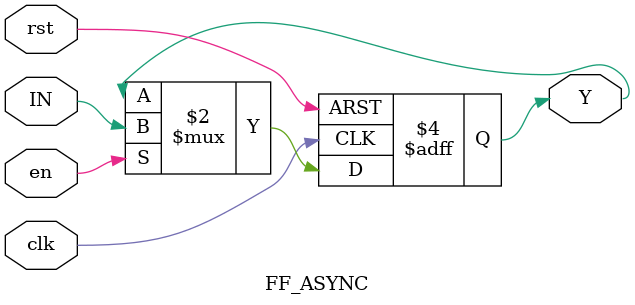
<source format=v>
module DSP48A1 (
    // ///DATA PORTS/// //
    input [17:0] A, B, D,
    input [47:0] C,

    input CARRYIN,

    output [35:0] M,
    output [47:0] P,
    output CARRYOUT,
    output CARRYOUTF,

    // ///CONTROL SIGNALS/// //
    input clk,
    input [7:0] OPMODE,

    // ///CLK ENABLE/// //
    input CEA, CEB, CEC, CED, CEM, CEP,
    input CECARRYIN,
    input CEOPMODE,

    // ///RESET ENABLE/// //
    input RSTA, RSTB, RSTC, RSTCARRYIN, RSTD, RSTM, RSTOPMODE, RSTP,

    // ///CASCADE PORTS/// //
    input [17:0] BCIN,
    output [17:0] BCOUT,

    input [47:0] PCIN,
    output [47:0] PCOUT
);
//------------- PARAMETERS --------------- 
parameter A0REG = 0, A1REG = 1; // Sig A
parameter B0REG = 0, B1REG = 1; //Sig B
parameter CREG = 1;//Sig C
parameter DREG = 1;//Sig D 
parameter MREG = 1;//Sig M 
parameter PREG = 1;//Sig P
parameter CARRYINREG = 1;//Sig carryin
parameter CARRYOUTREG = 1;//Sig carryout
parameter OPMODEREG = 1; //Sig opmode
parameter CARRYINSEL = "OPMODE5"; // "OPMODE5"  or "CARRYIN"
parameter B_INPUT = "DIRECT"; // "DIRECT" or "CASCADE"
parameter RSTTYPE = "SYNC";// "SYNC" or "ASYNC"

//OPMODE
wire [7:0] OPMODE_OUT;
generate
    if(OPMODEREG) begin
        if(RSTTYPE == "SYNC") FF_SYNC #(8) OPMODE_REG (clk, RSTOPMODE, CEOPMODE, OPMODE, OPMODE_OUT);
        else if (RSTTYPE == "ASYNC") FF_ASYNC #(8) OPMODE_REG (clk, RSTOPMODE, CEOPMODE, OPMODE, OPMODE_OUT);
    end
    else assign OPMODE_OUT = OPMODE;
endgenerate

// BIN MUX
wire [17:0] B0MUX_OUT;
assign B0MUX_OUT = (B_INPUT == "DIRECT") ? B : (B_INPUT == "CASCADE") ? BCIN : 18'b0;
//B0
wire [17:0] B0_OUT;
generate
    if(B0REG) begin
        if(RSTTYPE == "SYNC") FF_SYNC #(18) B0_REG (clk, RSTB, CEB, B0MUX_OUT, B0_OUT);
        else if (RSTTYPE == "ASYNC") FF_ASYNC #(18) B0_REG (clk, RSTB, CEB, B0MUX_OUT, B0_OUT);
    end
    else assign B0_OUT = B0MUX_OUT;
endgenerate

//D
wire [17:0] D_OUT;
generate
    if(DREG) begin
        if(RSTTYPE == "SYNC") FF_SYNC #(18) D_REG (clk, RSTD, CED, D, D_OUT);
        else if (RSTTYPE == "ASYNC") FF_ASYNC #(18) D_REG (clk, RSTD, CED, D, D_OUT);
    end
    else assign D_OUT = D;
endgenerate

//Pre ADDER/SUBTRACTOR
wire [17:0] PREADDSUB_OUT;
assign PREADDSUB_OUT = (OPMODE_OUT[6]) ? (D_OUT - B0_OUT) : (D_OUT + B0_OUT);

// Pre ADDER/SUBTRACTOR MUX
reg [17:0] B1MUX_OUT;
always @(*) begin
    if(OPMODE_OUT[4]) B1MUX_OUT = PREADDSUB_OUT;
    else B1MUX_OUT = B0_OUT;
end

//B1
wire [17:0] B1_OUT;
generate
    if(B1REG) begin
        if(RSTTYPE == "SYNC") FF_SYNC #(18) B1_REG (clk, RSTB, CEB, B1MUX_OUT, B1_OUT);
        else if (RSTTYPE == "ASYNC") FF_ASYNC #(18) B1_REG (clk, RSTB, CEB, B1MUX_OUT, B1_OUT);
    end
    else assign B1_OUT = B1MUX_OUT;
endgenerate
//BCOUT
assign BCOUT = B1_OUT;


//A0 
wire [17:0] A0_OUT;
generate
    if(A0REG) begin
        if(RSTTYPE == "SYNC") FF_SYNC #(18) A0_REG (clk, RSTA, CEA, A, A0_OUT);
        else if (RSTTYPE == "ASYNC") FF_ASYNC #(18) A0_REG (clk, RSTA, CEA, A, A0_OUT);
    end
    else assign A0_OUT = A;
endgenerate

//A1 
wire [17:0] A1_OUT;
generate
    if(A1REG) begin
        if(RSTTYPE == "SYNC") FF_SYNC #(18) A1_REG (clk, RSTA, CEA, A0_OUT, A1_OUT);
        else if (RSTTYPE == "ASYNC") FF_ASYNC #(18) A1_REG (clk, RSTA, CEA, A0_OUT, A1_OUT);
    end
    else assign A1_OUT = A0_OUT;
endgenerate

// Multiplier
wire [35:0] M_OUT;
assign M_OUT = A1_OUT * B1_OUT;

//M
generate
    if(MREG) begin
        if(RSTTYPE == "SYNC") FF_SYNC #(36) M_REG (clk, RSTM, CEM, M_OUT, M);
        else if (RSTTYPE == "ASYNC") FF_ASYNC #(36) M_REG (clk, RSTM, CEM, M_OUT, M);
    end
    else assign M = M_OUT;
endgenerate

//C
wire [47:0] C_OUT;
generate
    if(CREG) begin
        if(RSTTYPE == "SYNC") FF_SYNC #(48) C_REG (clk, RSTC, CEC, C, C_OUT);
        else if (RSTTYPE == "ASYNC") FF_ASYNC #(48) C_REG (clk, RSTC, CEC, C, C_OUT);
    end
    else assign C_OUT = C;
endgenerate

// Multiplixer X
reg [47:0] XMUX_OUT;
always @(*) begin
    case (OPMODE_OUT[1:0])
        2'b00: XMUX_OUT = 48'b0;
        2'b01: XMUX_OUT = {12'b0, M};
        2'b10: XMUX_OUT = PCOUT;
        default: XMUX_OUT = {D_OUT[11:0], A1_OUT, B1_OUT};
    endcase
end
// Multiplixer Z
reg [47:0] ZMUX_OUT;
always @(*) begin
    case (OPMODE_OUT[3:2])
        2'b00: ZMUX_OUT = 48'b0;
        2'b01: ZMUX_OUT = PCIN;
        2'b10: ZMUX_OUT = PCOUT;
        default: ZMUX_OUT = C_OUT;
    endcase
end

//CARRYIN
wire CARRYINMUX_OUT;
assign CARRYINMUX_OUT = (CARRYINSEL == "OPMODE5") ? OPMODE_OUT[5] : (CARRYINSEL == "CARRYIN") ? CARRYIN : 1'b0;

wire CARRYIN_OUT;
generate
    if(CARRYINREG) begin
        if(RSTTYPE == "SYNC") FF_SYNC #(1) CARRYIN_REG (clk, RSTCARRYIN, CECARRYIN, CARRYINMUX_OUT, CARRYIN_OUT);
        else if (RSTTYPE == "ASYNC") FF_ASYNC #(1) CARRYIN_REG (clk, RSTCARRYIN, CECARRYIN, CARRYINMUX_OUT, CARRYIN_OUT);
    end
    else assign CARRYIN_OUT = CARRYINMUX_OUT;
endgenerate

// POST ADDER/SUBTRACTOR
wire [47:0] POSTADDSUB_OUT;
wire CARRYOUT_OUT;

assign {CARRYOUT_OUT, POSTADDSUB_OUT} = (OPMODE_OUT[7]) ? (ZMUX_OUT - (XMUX_OUT + CARRYIN_OUT)) : (ZMUX_OUT + (XMUX_OUT + CARRYIN_OUT));

//CARRYOUT
generate
    if(CARRYOUTREG) begin
        if(RSTTYPE == "SYNC") FF_SYNC #(1) CARRYOUT_REG (clk, RSTCARRYIN, CECARRYIN, CARRYOUT_OUT, CARRYOUT);
        else if (RSTTYPE == "ASYNC") FF_ASYNC #(1) CARRYOUT_REG (clk, RSTCARRYIN, CECARRYIN, CARRYOUT_OUT, CARRYOUT);
    end
    else assign CARRYOUT = CARRYOUT_OUT;
endgenerate

assign CARRYOUTF = CARRYOUT;

//P
generate
    if(PREG) begin
        if(RSTTYPE == "SYNC") FF_SYNC #(48) P_REG (clk, RSTP, CEP, POSTADDSUB_OUT, P);
        else if (RSTTYPE == "ASYNC") FF_ASYNC #(48) P_REG (clk, RSTP, CEP, POSTADDSUB_OUT, P);
    end
    else assign P = POSTADDSUB_OUT;
endgenerate

//PCOUT
assign PCOUT = P;

endmodule

module FF_SYNC
#(
    parameter WIDTH = 1
)
(
    input  clk, rst, en,
    input [WIDTH-1:0] IN,
    output reg [WIDTH-1:0] Y
);
always @(posedge clk) begin
    if(rst) Y <= {WIDTH{1'b0}};
    else if (en) Y <= IN;
end
endmodule

module FF_ASYNC
#(
    parameter WIDTH = 1
)
(
    input  clk, rst, en,
    input [WIDTH-1:0] IN,
    output reg [WIDTH-1:0] Y
);
always @(posedge clk or posedge rst) begin
    if(rst) Y <= {WIDTH{1'b0}};
    else if (en) Y <= IN;
end
endmodule



</source>
